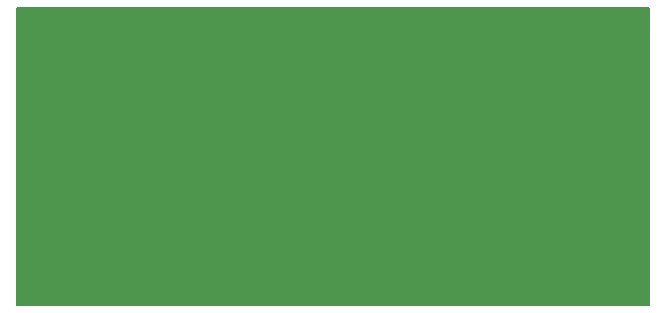
<source format=gbr>
%TF.GenerationSoftware,Altium Limited,Altium Designer,22.8.2 (66)*%
G04 Layer_Color=32768*
%FSLAX45Y45*%
%MOMM*%
%TF.SameCoordinates,DE4C73A7-34E9-4613-BA68-141157798951*%
%TF.FilePolarity,Positive*%
%TF.FileFunction,Other,Mechanical_15*%
%TF.Part,Single*%
G01*
G75*
%TA.AperFunction,NonConductor*%
%ADD48C,0.15240*%
%ADD71C,0.10000*%
%ADD72C,0.05000*%
G36*
X7894320Y2523490D02*
X2545080D01*
Y5033010D01*
X7894320D01*
Y2523490D01*
D02*
G37*
D48*
X6067400Y3132940D02*
Y3201940D01*
X6103900D01*
Y3714740D01*
X6067400D02*
X6103900D01*
X6067400D02*
Y3783740D01*
X5998400D02*
X6067400D01*
X5998400D02*
Y3820240D01*
X5485600D02*
X5998400D01*
X5485600Y3783740D02*
Y3820240D01*
X5416600Y3783740D02*
X5485600D01*
X5416600Y3714740D02*
Y3783740D01*
X5380100Y3714740D02*
X5416600D01*
X5380100Y3201940D02*
Y3714740D01*
Y3201940D02*
X5416600D01*
Y3132940D02*
Y3201940D01*
Y3132940D02*
X5485600D01*
Y3096440D02*
Y3132940D01*
Y3096440D02*
X5998400D01*
Y3132940D01*
X6067400D01*
X3009620Y4258310D02*
Y4839970D01*
X3660420D01*
Y4258310D02*
Y4839970D01*
X3009620Y4258310D02*
X3660420D01*
X7894320Y2523490D02*
Y5033010D01*
X2545080D02*
X7894320D01*
X2545080Y2523490D02*
Y5033010D01*
Y2523490D02*
X7894320D01*
D71*
X5827023Y4636880D02*
Y4688880D01*
X5801023Y4662880D02*
X5853023D01*
X4544060Y3483100D02*
Y3578100D01*
X4496560Y3530600D02*
X4591560D01*
X5099720Y3817620D02*
X5151720D01*
X5125720Y3791620D02*
Y3843620D01*
X4891220Y3573180D02*
Y3625180D01*
X4865220Y3599180D02*
X4917220D01*
X5761300Y4179180D02*
Y4289180D01*
X5516300Y4179180D02*
Y4289180D01*
Y4179180D02*
X5761300D01*
X5516300Y4289180D02*
X5761300D01*
X5611300Y4234180D02*
X5666300D01*
X5638800Y4206680D02*
Y4261680D01*
X5818560Y4179180D02*
Y4289180D01*
X6063560Y4179180D02*
Y4289180D01*
X5818560D02*
X6063560D01*
X5818560Y4179180D02*
X6063560D01*
X5913560Y4234180D02*
X5968560D01*
X5941060Y4206680D02*
Y4261680D01*
X4773100Y2682240D02*
X4828100D01*
X4800600Y2654740D02*
Y2709740D01*
X4855600Y2559740D02*
Y2804740D01*
X4745600Y2559740D02*
Y2804740D01*
X4855600D01*
X4745600Y2559740D02*
X4855600D01*
X6142600Y2864540D02*
X6252600D01*
X6142600Y3109540D02*
X6252600D01*
X6142600Y2864540D02*
Y3109540D01*
X6252600Y2864540D02*
Y3109540D01*
X6197600Y2959540D02*
Y3014540D01*
X6170100Y2987040D02*
X6225100D01*
X6789900Y3355340D02*
X6849900D01*
X6819900Y3325340D02*
Y3385340D01*
X6459700Y3355340D02*
X6519700D01*
X6489700Y3325340D02*
Y3385340D01*
X4605900Y2559740D02*
X4715900D01*
X4605900Y2804740D02*
X4715900D01*
X4605900Y2559740D02*
Y2804740D01*
X4715900Y2559740D02*
Y2804740D01*
X4660900Y2654740D02*
Y2709740D01*
X4633400Y2682240D02*
X4688400D01*
X5085080Y3482020D02*
Y3577020D01*
X5037580Y3529520D02*
X5132580D01*
X4921920Y4086860D02*
X4973920D01*
X4947920Y4060860D02*
Y4112860D01*
X4800000Y4178300D02*
X4852000D01*
X4826000Y4152300D02*
Y4204300D01*
X4584700Y3644300D02*
Y3696300D01*
X4558700Y3670300D02*
X4610700D01*
X5448300Y3875440D02*
Y3927440D01*
X5422300Y3901440D02*
X5474300D01*
X7022200Y3329340D02*
Y3381340D01*
X6996200Y3355340D02*
X7048200D01*
X6654800Y3367440D02*
Y3419440D01*
X6628800Y3393440D02*
X6680800D01*
X6324600Y3368340D02*
Y3420340D01*
X6298600Y3394340D02*
X6350600D01*
X6324600Y3557940D02*
Y3609940D01*
X6298600Y3583940D02*
X6350600D01*
X6298600Y3190240D02*
X6350600D01*
X6324600Y3164240D02*
Y3216240D01*
X6197600Y3481740D02*
Y3533740D01*
X6171600Y3507740D02*
X6223600D01*
X6171600Y3228340D02*
X6223600D01*
X6197600Y3202340D02*
Y3254340D01*
X5295900Y3285340D02*
Y3337340D01*
X5269900Y3311340D02*
X5321900D01*
X5118100Y3291240D02*
Y3343240D01*
X5092100Y3317240D02*
X5144100D01*
X5269900Y3723640D02*
X5321900D01*
X5295900Y3697640D02*
Y3749640D01*
X5269900Y3520440D02*
X5321900D01*
X5295900Y3494440D02*
Y3546440D01*
X7502267Y3504307D02*
X7544693Y3546733D01*
X7502267Y3546733D02*
X7544693Y3504307D01*
X7446675Y3387755D02*
X7483445Y3424525D01*
X7446675D02*
X7483445Y3387755D01*
X7233920Y3291240D02*
Y3343240D01*
X7207920Y3317240D02*
X7259920D01*
X4079240Y3792660D02*
Y3847660D01*
X4051740Y3820160D02*
X4106740D01*
X3921760Y4184140D02*
Y4279140D01*
X3874260Y4231640D02*
X3969260D01*
X4275700Y2562280D02*
X4385700D01*
X4275700Y2807280D02*
X4385700D01*
X4275700Y2562280D02*
Y2807280D01*
X4385700Y2562280D02*
Y2807280D01*
X4330700Y2657280D02*
Y2712280D01*
X4303200Y2684780D02*
X4358200D01*
X3780400Y2562280D02*
X3890400D01*
X3780400Y2807280D02*
X3890400D01*
X3780400Y2562280D02*
Y2807280D01*
X3890400Y2562280D02*
Y2807280D01*
X3835400Y2657280D02*
Y2712280D01*
X3807900Y2684780D02*
X3862900D01*
X3561080Y3074200D02*
Y3174200D01*
X3511080Y3124200D02*
X3611080D01*
X4136000Y2562280D02*
X4246000D01*
X4136000Y2807280D02*
X4246000D01*
X4136000Y2562280D02*
Y2807280D01*
X4246000Y2562280D02*
Y2807280D01*
X4191000Y2657280D02*
Y2712280D01*
X4163500Y2684780D02*
X4218500D01*
X3640700Y2562280D02*
X3750700D01*
X3640700Y2807280D02*
X3750700D01*
X3640700Y2562280D02*
Y2807280D01*
X3750700Y2562280D02*
Y2807280D01*
X3695700Y2657280D02*
Y2712280D01*
X3668200Y2684780D02*
X3723200D01*
X4035460Y4191000D02*
X4087460D01*
X4061460Y4165000D02*
Y4217000D01*
X3272280Y3312160D02*
X3367280D01*
X3319780Y3264660D02*
Y3359660D01*
X3106420Y3089400D02*
Y3184400D01*
X3058920Y3136900D02*
X3153920D01*
D72*
X5732023Y4612880D02*
X5922023D01*
X5732023Y4712880D02*
X5922023D01*
Y4612880D02*
Y4712880D01*
X5732023Y4612880D02*
Y4712880D01*
X4409060Y3455600D02*
X4679060D01*
X4409060Y3605600D02*
X4679060D01*
Y3455600D02*
Y3605600D01*
X4409060Y3455600D02*
Y3605600D01*
X5175720Y3722620D02*
Y3912620D01*
X5075720Y3722620D02*
Y3912620D01*
X5175720D01*
X5075720Y3722620D02*
X5175720D01*
X4796220Y3649180D02*
X4986220D01*
X4796220Y3549180D02*
X4986220D01*
X4796220D02*
Y3649180D01*
X4986220Y3549180D02*
Y3649180D01*
X4122725Y3717660D02*
X4782725D01*
Y4377660D01*
X4122725D02*
X4782725D01*
X4122725Y3717660D02*
Y4377660D01*
X6899900Y3315340D02*
Y3395340D01*
X6739900Y3315340D02*
Y3395340D01*
Y3315340D02*
X6899900D01*
X6739900Y3395340D02*
X6899900D01*
X6569700Y3315340D02*
Y3395340D01*
X6409700Y3315340D02*
Y3395340D01*
Y3315340D02*
X6569700D01*
X6409700Y3395340D02*
X6569700D01*
X5010080Y3664520D02*
X5160080D01*
X5010080Y3394520D02*
X5160080D01*
Y3664520D01*
X5010080Y3394520D02*
Y3664520D01*
X4997920Y3991860D02*
Y4181860D01*
X4897920Y3991860D02*
Y4181860D01*
X4997920D01*
X4897920Y3991860D02*
X4997920D01*
X4776000Y4083300D02*
Y4273300D01*
X4876000Y4083300D02*
Y4273300D01*
X4776000Y4083300D02*
X4876000D01*
X4776000Y4273300D02*
X4876000D01*
X4489700Y3620300D02*
X4679700D01*
X4489700Y3720300D02*
X4679700D01*
Y3620300D02*
Y3720300D01*
X4489700Y3620300D02*
Y3720300D01*
X5353300Y3851440D02*
X5543300D01*
X5353300Y3951440D02*
X5543300D01*
Y3851440D02*
Y3951440D01*
X5353300Y3851440D02*
Y3951440D01*
X6942200Y3395340D02*
X7102200D01*
X6942200Y3315340D02*
X7102200D01*
X6942200D02*
Y3395340D01*
X7102200Y3315340D02*
Y3395340D01*
X6614800Y3473440D02*
X6694800D01*
X6614800Y3313440D02*
X6694800D01*
Y3473440D01*
X6614800Y3313440D02*
Y3473440D01*
X6284600Y3474340D02*
X6364600D01*
X6284600Y3314340D02*
X6364600D01*
Y3474340D01*
X6284600Y3314340D02*
Y3474340D01*
X6274600Y3678940D02*
X6374600D01*
X6274600Y3488940D02*
X6374600D01*
Y3678940D01*
X6274600Y3488940D02*
Y3678940D01*
Y3095240D02*
Y3285240D01*
X6374600Y3095240D02*
Y3285240D01*
X6274600Y3095240D02*
X6374600D01*
X6274600Y3285240D02*
X6374600D01*
X6147600Y3602740D02*
X6247600D01*
X6147600Y3412740D02*
X6247600D01*
Y3602740D01*
X6147600Y3412740D02*
Y3602740D01*
Y3133340D02*
Y3323340D01*
X6247600Y3133340D02*
Y3323340D01*
X6147600Y3133340D02*
X6247600D01*
X6147600Y3323340D02*
X6247600D01*
X5245900Y3216340D02*
X5345900D01*
X5245900Y3406340D02*
X5345900D01*
X5245900Y3216340D02*
Y3406340D01*
X5345900Y3216340D02*
Y3406340D01*
X5023100Y3267240D02*
X5213100D01*
X5023100Y3367240D02*
X5213100D01*
Y3267240D02*
Y3367240D01*
X5023100Y3267240D02*
Y3367240D01*
X5245900Y3628640D02*
Y3818640D01*
X5345900Y3628640D02*
Y3818640D01*
X5245900Y3628640D02*
X5345900D01*
X5245900Y3818640D02*
X5345900D01*
X5245900Y3425440D02*
Y3615440D01*
X5345900Y3425440D02*
Y3615440D01*
X5245900Y3425440D02*
X5345900D01*
X5245900Y3615440D02*
X5345900D01*
X7495196Y3610373D02*
X7608333Y3497236D01*
X7438627Y3553804D02*
X7551764Y3440667D01*
X7438627Y3553804D02*
X7495196Y3610373D01*
X7551764Y3440667D02*
X7608333Y3497236D01*
X7493344Y3490993D02*
X7549913Y3434424D01*
X7380207Y3377856D02*
X7436776Y3321287D01*
X7549913Y3434424D01*
X7380207Y3377856D02*
X7493344Y3490993D01*
X7193920Y3237240D02*
X7273920D01*
X7193920Y3397240D02*
X7273920D01*
X7193920Y3237240D02*
Y3397240D01*
X7273920Y3237240D02*
Y3397240D01*
X4019240Y3710160D02*
X4139240D01*
X4019240Y3930160D02*
X4139240D01*
X4019240Y3710160D02*
Y3930160D01*
X4139240Y3710160D02*
Y3930160D01*
X3846760Y4096640D02*
X3996760D01*
X3846760Y4366640D02*
X3996760D01*
X3846760Y4096640D02*
Y4366640D01*
X3996760Y4096640D02*
Y4366640D01*
X3446080Y2974200D02*
X3676080D01*
X3446080Y3274200D02*
X3676080D01*
X3446080Y2974200D02*
Y3274200D01*
X3676080Y2974200D02*
Y3274200D01*
X4011460Y4096000D02*
Y4286000D01*
X4111460Y4096000D02*
Y4286000D01*
X4011460Y4096000D02*
X4111460D01*
X4011460Y4286000D02*
X4111460D01*
X3184780Y3237160D02*
Y3387160D01*
X3454780Y3237160D02*
Y3387160D01*
X3184780D02*
X3454780D01*
X3184780Y3237160D02*
X3454780D01*
X3031420Y3271900D02*
X3181420D01*
X3031420Y3001900D02*
X3181420D01*
Y3271900D01*
X3031420Y3001900D02*
Y3271900D01*
%TF.MD5,880ed8a31247854676c5f65f2b637832*%
M02*

</source>
